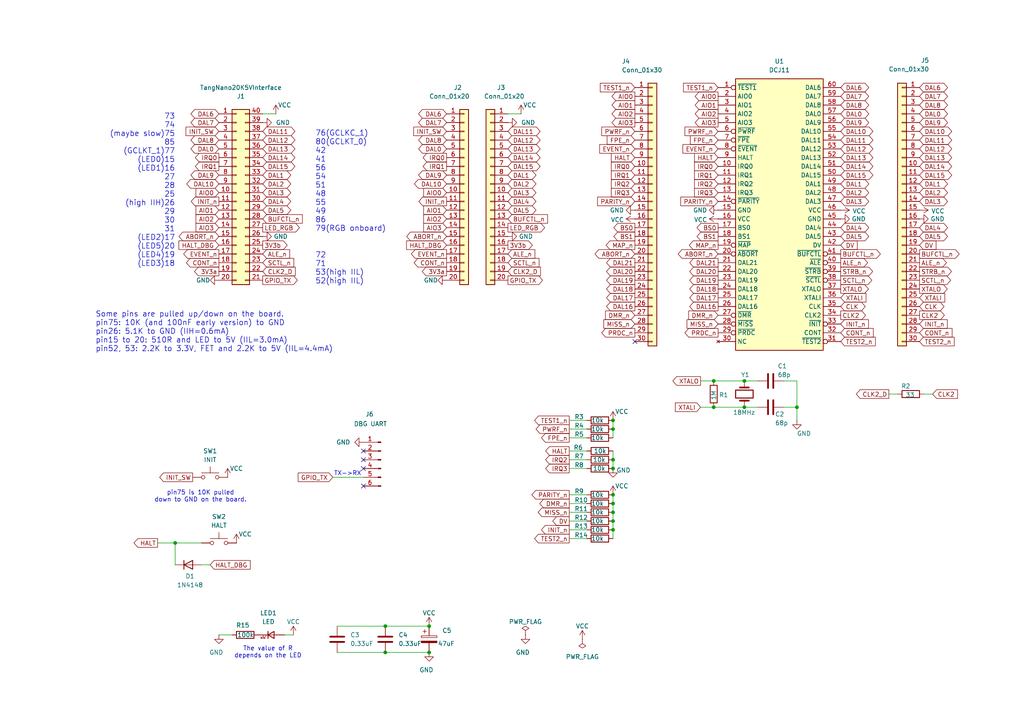
<source format=kicad_sch>
(kicad_sch (version 20231120) (generator "eeschema") (generator_version "8.0")
  (paper "A4")
  (title_block (title "Memory System and UART for DCJ11  using Tang Nano 20K") (date "2025-09-05") (rev "2.1") (company "Ryo Mukai") (comment 1 "modified to use CLK2") (comment 2 "modified resisters of HALT and HALT_SW"))
  (lib_symbols
    (symbol "000_MyLibrary:1N4148" (pin_numbers hide) (pin_names hide)
      (property "Reference" "D" (at 0 2.54 0))
      (property "Value" "1N4148" (at 0 -2.54 0))
      (symbol "1N4148_1_1"
        (pin passive line (at -3.81 0 0) (length 2.54) (name "K") (number "1"))
        (pin passive line (at 3.81 0 180) (length 2.54) (name "A") (number "2"))
      )
    )
    (symbol "000_MyLibrary:C" (pin_numbers hide) (pin_names (offset 0.254))
      (property "Reference" "C" (at 0.635 2.54 0))
      (property "Value" "C" (at 0.635 -2.54 0))
      (symbol "C_1_1"
        (pin passive line (at 0 3.81 270) (length 2.794) (name "~") (number "1"))
        (pin passive line (at 0 -3.81 90) (length 2.794) (name "~") (number "2"))
      )
    )
    (symbol "000_MyLibrary:C_Polarized" (pin_numbers hide) (pin_names (offset 0.254))
      (property "Reference" "C" (at 0.635 2.54 0))
      (property "Value" "C_Polarized" (at 0.635 -2.54 0))
      (symbol "C_Polarized_1_1"
        (pin passive line (at 0 3.81 270) (length 2.794) (name "~") (number "1"))
        (pin passive line (at 0 -3.81 90) (length 2.794) (name "~") (number "2"))
      )
    )
    (symbol "000_MyLibrary:Conn_01x06_Pin" (pin_names (offset 1.016) hide)
      (property "Reference" "J" (at 0 7.62 0))
      (property "Value" "Conn_01x06_Pin" (at 0 -10.16 0))
      (symbol "Conn_01x06_Pin_1_1"
        (pin passive line (at 5.08 5.08 180) (length 3.81) (name "Pin_1") (number "1"))
        (pin passive line (at 5.08 2.54 180) (length 3.81) (name "Pin_2") (number "2"))
        (pin passive line (at 5.08 0 180) (length 3.81) (name "Pin_3") (number "3"))
        (pin passive line (at 5.08 -2.54 180) (length 3.81) (name "Pin_4") (number "4"))
        (pin passive line (at 5.08 -5.08 180) (length 3.81) (name "Pin_5") (number "5"))
        (pin passive line (at 5.08 -7.62 180) (length 3.81) (name "Pin_6") (number "6"))
      )
    )
    (symbol "000_MyLibrary:Conn_01x20" (pin_names (offset 1.016) hide)
      (property "Reference" "J" (at 0 25.4 0))
      (property "Value" "Conn_01x20" (at 0 -27.94 0))
      (symbol "Conn_01x20_1_1"
        (pin passive line (at -5.08 22.86 0) (length 3.81) (name "Pin_1") (number "1"))
        (pin passive line (at -5.08 0 0) (length 3.81) (name "Pin_10") (number "10"))
        (pin passive line (at -5.08 -2.54 0) (length 3.81) (name "Pin_11") (number "11"))
        (pin passive line (at -5.08 -5.08 0) (length 3.81) (name "Pin_12") (number "12"))
        (pin passive line (at -5.08 -7.62 0) (length 3.81) (name "Pin_13") (number "13"))
        (pin passive line (at -5.08 -10.16 0) (length 3.81) (name "Pin_14") (number "14"))
        (pin passive line (at -5.08 -12.7 0) (length 3.81) (name "Pin_15") (number "15"))
        (pin passive line (at -5.08 -15.24 0) (length 3.81) (name "Pin_16") (number "16"))
        (pin passive line (at -5.08 -17.78 0) (length 3.81) (name "Pin_17") (number "17"))
        (pin passive line (at -5.08 -20.32 0) (length 3.81) (name "Pin_18") (number "18"))
        (pin passive line (at -5.08 -22.86 0) (length 3.81) (name "Pin_19") (number "19"))
        (pin passive line (at -5.08 20.32 0) (length 3.81) (name "Pin_2") (number "2"))
        (pin passive line (at -5.08 -25.4 0) (length 3.81) (name "Pin_20") (number "20"))
        (pin passive line (at -5.08 17.78 0) (length 3.81) (name "Pin_3") (number "3"))
        (pin passive line (at -5.08 15.24 0) (length 3.81) (name "Pin_4") (number "4"))
        (pin passive line (at -5.08 12.7 0) (length 3.81) (name "Pin_5") (number "5"))
        (pin passive line (at -5.08 10.16 0) (length 3.81) (name "Pin_6") (number "6"))
        (pin passive line (at -5.08 7.62 0) (length 3.81) (name "Pin_7") (number "7"))
        (pin passive line (at -5.08 5.08 0) (length 3.81) (name "Pin_8") (number "8"))
        (pin passive line (at -5.08 2.54 0) (length 3.81) (name "Pin_9") (number "9"))
      )
    )
    (symbol "000_MyLibrary:Conn_01x30" (pin_names (offset 1.016) hide)
      (property "Reference" "J" (at 0 38.1 0))
      (property "Value" "Conn_01x30" (at 0 -40.64 0))
      (symbol "Conn_01x30_1_1"
        (pin passive line (at -5.08 35.56 0) (length 3.81) (name "Pin_1") (number "1"))
        (pin passive line (at -5.08 12.7 0) (length 3.81) (name "Pin_10") (number "10"))
        (pin passive line (at -5.08 10.16 0) (length 3.81) (name "Pin_11") (number "11"))
        (pin passive line (at -5.08 7.62 0) (length 3.81) (name "Pin_12") (number "12"))
        (pin passive line (at -5.08 5.08 0) (length 3.81) (name "Pin_13") (number "13"))
        (pin passive line (at -5.08 2.54 0) (length 3.81) (name "Pin_14") (number "14"))
        (pin passive line (at -5.08 0 0) (length 3.81) (name "Pin_15") (number "15"))
        (pin passive line (at -5.08 -2.54 0) (length 3.81) (name "Pin_16") (number "16"))
        (pin passive line (at -5.08 -5.08 0) (length 3.81) (name "Pin_17") (number "17"))
        (pin passive line (at -5.08 -7.62 0) (length 3.81) (name "Pin_18") (number "18"))
        (pin passive line (at -5.08 -10.16 0) (length 3.81) (name "Pin_19") (number "19"))
        (pin passive line (at -5.08 33.02 0) (length 3.81) (name "Pin_2") (number "2"))
        (pin passive line (at -5.08 -12.7 0) (length 3.81) (name "Pin_20") (number "20"))
        (pin passive line (at -5.08 -15.24 0) (length 3.81) (name "Pin_21") (number "21"))
        (pin passive line (at -5.08 -17.78 0) (length 3.81) (name "Pin_22") (number "22"))
        (pin passive line (at -5.08 -20.32 0) (length 3.81) (name "Pin_23") (number "23"))
        (pin passive line (at -5.08 -22.86 0) (length 3.81) (name "Pin_24") (number "24"))
        (pin passive line (at -5.08 -25.4 0) (length 3.81) (name "Pin_25") (number "25"))
        (pin passive line (at -5.08 -27.94 0) (length 3.81) (name "Pin_26") (number "26"))
        (pin passive line (at -5.08 -30.48 0) (length 3.81) (name "Pin_27") (number "27"))
        (pin passive line (at -5.08 -33.02 0) (length 3.81) (name "Pin_28") (number "28"))
        (pin passive line (at -5.08 -35.56 0) (length 3.81) (name "Pin_29") (number "29"))
        (pin passive line (at -5.08 30.48 0) (length 3.81) (name "Pin_3") (number "3"))
        (pin passive line (at -5.08 -38.1 0) (length 3.81) (name "Pin_30") (number "30"))
        (pin passive line (at -5.08 27.94 0) (length 3.81) (name "Pin_4") (number "4"))
        (pin passive line (at -5.08 25.4 0) (length 3.81) (name "Pin_5") (number "5"))
        (pin passive line (at -5.08 22.86 0) (length 3.81) (name "Pin_6") (number "6"))
        (pin passive line (at -5.08 20.32 0) (length 3.81) (name "Pin_7") (number "7"))
        (pin passive line (at -5.08 17.78 0) (length 3.81) (name "Pin_8") (number "8"))
        (pin passive line (at -5.08 15.24 0) (length 3.81) (name "Pin_9") (number "9"))
      )
    )
    (symbol "000_MyLibrary:Conn_02x20_Counter_Clockwise" (pin_names (offset 1.016) hide)
      (property "Reference" "J" (at 1.27 25.4 0))
      (property "Value" "Conn_02x20_Counter_Clockwise" (at 1.27 -27.94 0))
      (symbol "Conn_02x20_Counter_Clockwise_1_1"
        (pin passive line (at -5.08 22.86 0) (length 3.81) (name "Pin_1") (number "1"))
        (pin passive line (at -5.08 0 0) (length 3.81) (name "Pin_10") (number "10"))
        (pin passive line (at -5.08 -2.54 0) (length 3.81) (name "Pin_11") (number "11"))
        (pin passive line (at -5.08 -5.08 0) (length 3.81) (name "Pin_12") (number "12"))
        (pin passive line (at -5.08 -7.62 0) (length 3.81) (name "Pin_13") (number "13"))
        (pin passive line (at -5.08 -10.16 0) (length 3.81) (name "Pin_14") (number "14"))
        (pin passive line (at -5.08 -12.7 0) (length 3.81) (name "Pin_15") (number "15"))
        (pin passive line (at -5.08 -15.24 0) (length 3.81) (name "Pin_16") (number "16"))
        (pin passive line (at -5.08 -17.78 0) (length 3.81) (name "Pin_17") (number "17"))
        (pin passive line (at -5.08 -20.32 0) (length 3.81) (name "Pin_18") (number "18"))
        (pin passive line (at -5.08 -22.86 0) (length 3.81) (name "Pin_19") (number "19"))
        (pin passive line (at -5.08 20.32 0) (length 3.81) (name "Pin_2") (number "2"))
        (pin passive line (at -5.08 -25.4 0) (length 3.81) (name "Pin_20") (number "20"))
        (pin passive line (at 7.62 -25.4 180) (length 3.81) (name "Pin_21") (number "21"))
        (pin passive line (at 7.62 -22.86 180) (length 3.81) (name "Pin_22") (number "22"))
        (pin passive line (at 7.62 -20.32 180) (length 3.81) (name "Pin_23") (number "23"))
        (pin passive line (at 7.62 -17.78 180) (length 3.81) (name "Pin_24") (number "24"))
        (pin passive line (at 7.62 -15.24 180) (length 3.81) (name "Pin_25") (number "25"))
        (pin passive line (at 7.62 -12.7 180) (length 3.81) (name "Pin_26") (number "26"))
        (pin passive line (at 7.62 -10.16 180) (length 3.81) (name "Pin_27") (number "27"))
        (pin passive line (at 7.62 -7.62 180) (length 3.81) (name "Pin_28") (number "28"))
        (pin passive line (at 7.62 -5.08 180) (length 3.81) (name "Pin_29") (number "29"))
        (pin passive line (at -5.08 17.78 0) (length 3.81) (name "Pin_3") (number "3"))
        (pin passive line (at 7.62 -2.54 180) (length 3.81) (name "Pin_30") (number "30"))
        (pin passive line (at 7.62 0 180) (length 3.81) (name "Pin_31") (number "31"))
        (pin passive line (at 7.62 2.54 180) (length 3.81) (name "Pin_32") (number "32"))
        (pin passive line (at 7.62 5.08 180) (length 3.81) (name "Pin_33") (number "33"))
        (pin passive line (at 7.62 7.62 180) (length 3.81) (name "Pin_34") (number "34"))
        (pin passive line (at 7.62 10.16 180) (length 3.81) (name "Pin_35") (number "35"))
        (pin passive line (at 7.62 12.7 180) (length 3.81) (name "Pin_36") (number "36"))
        (pin passive line (at 7.62 15.24 180) (length 3.81) (name "Pin_37") (number "37"))
        (pin passive line (at 7.62 17.78 180) (length 3.81) (name "Pin_38") (number "38"))
        (pin passive line (at 7.62 20.32 180) (length 3.81) (name "Pin_39") (number "39"))
        (pin passive line (at -5.08 15.24 0) (length 3.81) (name "Pin_4") (number "4"))
        (pin passive line (at 7.62 22.86 180) (length 3.81) (name "Pin_40") (number "40"))
        (pin passive line (at -5.08 12.7 0) (length 3.81) (name "Pin_5") (number "5"))
        (pin passive line (at -5.08 10.16 0) (length 3.81) (name "Pin_6") (number "6"))
        (pin passive line (at -5.08 7.62 0) (length 3.81) (name "Pin_7") (number "7"))
        (pin passive line (at -5.08 5.08 0) (length 3.81) (name "Pin_8") (number "8"))
        (pin passive line (at -5.08 2.54 0) (length 3.81) (name "Pin_9") (number "9"))
      )
    )
    (symbol "000_MyLibrary:Crystal" (pin_numbers hide) (pin_names (offset 1.016) hide)
      (property "Reference" "Y" (at 0 3.81 0))
      (property "Value" "Crystal" (at 0 -3.81 0))
      (symbol "Crystal_1_1"
        (pin passive line (at -3.81 0 0) (length 1.27) (name "1") (number "1"))
        (pin passive line (at 3.81 0 180) (length 1.27) (name "2") (number "2"))
      )
    )
    (symbol "000_MyLibrary:DCJ11"
      (property "Reference" "U" (at -3.302 42.672 0))
      (property "Value" "DCJ11" (at -0.762 40.64 0))
      (symbol "DCJ11_1_1"
        (pin input inverted (at -17.78 35.56 0) (length 5.08) (name "~{TEST1}") (number "1"))
        (pin input line (at -17.78 12.7 0) (length 5.08) (name "IRQ0") (number "10"))
        (pin input line (at -17.78 10.16 0) (length 5.08) (name "IRQ1") (number "11"))
        (pin input line (at -17.78 7.62 0) (length 5.08) (name "IRQ2") (number "12"))
        (pin input line (at -17.78 5.08 0) (length 5.08) (name "IRQ3") (number "13"))
        (pin input inverted (at -17.78 2.54 0) (length 5.08) (name "~{PARITY}") (number "14"))
        (pin power_in line (at -17.78 0 0) (length 5.08) (name "GND") (number "15"))
        (pin power_in line (at -17.78 -2.54 0) (length 5.08) (name "VCC") (number "16"))
        (pin output line (at -17.78 -5.08 0) (length 5.08) (name "BS0") (number "17"))
        (pin output line (at -17.78 -7.62 0) (length 5.08) (name "BS1") (number "18"))
        (pin output inverted (at -17.78 -10.16 0) (length 5.08) (name "~{MAP}") (number "19"))
        (pin bidirectional line (at -17.78 33.02 0) (length 5.08) (name "AIO0") (number "2"))
        (pin bidirectional inverted (at -17.78 -12.7 0) (length 5.08) (name "~{ABORT}") (number "20"))
        (pin output line (at -17.78 -15.24 0) (length 5.08) (name "DAL21") (number "21"))
        (pin output line (at -17.78 -17.78 0) (length 5.08) (name "DAL20") (number "22"))
        (pin output line (at -17.78 -20.32 0) (length 5.08) (name "DAL19") (number "23"))
        (pin output line (at -17.78 -22.86 0) (length 5.08) (name "DAL18") (number "24"))
        (pin output line (at -17.78 -25.4 0) (length 5.08) (name "DAL17") (number "25"))
        (pin output line (at -17.78 -27.94 0) (length 5.08) (name "DAL16") (number "26"))
        (pin input inverted (at -17.78 -30.48 0) (length 5.08) (name "~{DMR}") (number "27"))
        (pin input inverted (at -17.78 -33.02 0) (length 5.08) (name "~{MISS}") (number "28"))
        (pin output inverted (at -17.78 -35.56 0) (length 5.08) (name "~{PRDC}") (number "29"))
        (pin bidirectional line (at -17.78 30.48 0) (length 5.08) (name "AIO1") (number "3"))
        (pin no_connect line (at -17.78 -38.1 0) (length 5.08) (name "NC") (number "30"))
        (pin input inverted (at 17.78 -38.1 180) (length 5.08) (name "~{TEST2}") (number "31"))
        (pin input line (at 17.78 -35.56 180) (length 5.08) (name "CONT") (number "32"))
        (pin input inverted (at 17.78 -33.02 180) (length 5.08) (name "~{INIT}") (number "33"))
        (pin output line (at 17.78 -30.48 180) (length 5.08) (name "CLK2") (number "34"))
        (pin output line (at 17.78 -27.94 180) (length 5.08) (name "CLK") (number "35"))
        (pin input line (at 17.78 -25.4 180) (length 5.08) (name "XTALI") (number "36"))
        (pin output line (at 17.78 -22.86 180) (length 5.08) (name "XTALO") (number "37"))
        (pin output inverted (at 17.78 -20.32 180) (length 5.08) (name "~{SCTL}") (number "38"))
        (pin output inverted (at 17.78 -17.78 180) (length 5.08) (name "~{STRB}") (number "39"))
        (pin bidirectional line (at -17.78 27.94 0) (length 5.08) (name "AIO2") (number "4"))
        (pin output inverted (at 17.78 -15.24 180) (length 5.08) (name "~{ALE}") (number "40"))
        (pin output inverted (at 17.78 -12.7 180) (length 5.08) (name "~{BUFCTL}") (number "41"))
        (pin input line (at 17.78 -10.16 180) (length 5.08) (name "DV") (number "42"))
        (pin bidirectional line (at 17.78 -7.62 180) (length 5.08) (name "DAL5") (number "43"))
        (pin bidirectional line (at 17.78 -5.08 180) (length 5.08) (name "DAL4") (number "44"))
        (pin power_in line (at 17.78 -2.54 180) (length 5.08) (name "GND") (number "45"))
        (pin power_in line (at 17.78 0 180) (length 5.08) (name "VCC") (number "46"))
        (pin bidirectional line (at 17.78 2.54 180) (length 5.08) (name "DAL3") (number "47"))
        (pin bidirectional line (at 17.78 5.08 180) (length 5.08) (name "DAL2") (number "48"))
        (pin bidirectional line (at 17.78 7.62 180) (length 5.08) (name "DAL1") (number "49"))
        (pin bidirectional line (at -17.78 25.4 0) (length 5.08) (name "AIO3") (number "5"))
        (pin bidirectional line (at 17.78 10.16 180) (length 5.08) (name "DAL15") (number "50"))
        (pin bidirectional line (at 17.78 12.7 180) (length 5.08) (name "DAL14") (number "51"))
        (pin bidirectional line (at 17.78 15.24 180) (length 5.08) (name "DAL13") (number "52"))
        (pin bidirectional line (at 17.78 17.78 180) (length 5.08) (name "DAL12") (number "53"))
        (pin bidirectional line (at 17.78 20.32 180) (length 5.08) (name "DAL11") (number "54"))
        (pin bidirectional line (at 17.78 22.86 180) (length 5.08) (name "DAL10") (number "55"))
        (pin bidirectional line (at 17.78 25.4 180) (length 5.08) (name "DAL9") (number "56"))
        (pin bidirectional line (at 17.78 27.94 180) (length 5.08) (name "DAL0") (number "57"))
        (pin bidirectional line (at 17.78 30.48 180) (length 5.08) (name "DAL8") (number "58"))
        (pin bidirectional line (at 17.78 33.02 180) (length 5.08) (name "DAL7") (number "59"))
        (pin input inverted (at -17.78 22.86 0) (length 5.08) (name "~{PWRF}") (number "6"))
        (pin bidirectional line (at 17.78 35.56 180) (length 5.08) (name "DAL6") (number "60"))
        (pin input inverted (at -17.78 20.32 0) (length 5.08) (name "~{FPE}") (number "7"))
        (pin input inverted (at -17.78 17.78 0) (length 5.08) (name "~{EVENT}") (number "8"))
        (pin input line (at -17.78 15.24 0) (length 5.08) (name "HALT") (number "9"))
      )
    )
    (symbol "000_MyLibrary:LED" (pin_numbers hide) (pin_names (offset 1.016) hide)
      (property "Reference" "LED" (at 0.254 2.54 0))
      (property "Value" "LED" (at 0.254 -2.54 0))
      (symbol "LED_1_1"
        (pin passive line (at -3.81 0 0) (length 2.54) (name "K") (number "1"))
        (pin passive line (at 3.81 0 180) (length 2.54) (name "A") (number "2"))
      )
    )
    (symbol "000_MyLibrary:R" (pin_numbers hide) (pin_names (offset 0))
      (property "Reference" "R" (at 2.032 0 90))
      (property "Value" "R" (at 0 0 90))
      (symbol "R_1_1"
        (pin passive line (at 0 3.81 270) (length 1.27) (name "~") (number "1"))
        (pin passive line (at 0 -3.81 90) (length 1.27) (name "~") (number "2"))
      )
    )
    (symbol "000_MyLibrary:SW_Push" (pin_numbers hide) (pin_names (offset 1.016) hide)
      (property "Reference" "SW" (at 1.27 2.54 0))
      (property "Value" "SW_Push" (at 0 -1.524 0))
      (symbol "SW_Push_0_1"
        (pin passive line (at -5.08 0 0) (length 2.54) (name "1") (number "1"))
        (pin passive line (at 5.08 0 180) (length 2.54) (name "2") (number "2"))
      )
    )
    (symbol "power:GND" (power) (pin_numbers hide) (pin_names (offset 0) hide)
      (property "Value" "GND" (at 0 -3.81 0))
      (symbol "GND_1_1"
        (pin power_in line (at 0 0 270) (length 0) (name "~") (number "1"))
      )
    )
    (symbol "power:PWR_FLAG" (power) (pin_numbers hide) (pin_names (offset 0) hide)
      (property "Value" "PWR_FLAG" (at 0 3.81 0))
      (symbol "PWR_FLAG_0_0"
        (pin power_out line (at 0 0 90) (length 0) (name "~") (number "1"))
      )
    )
    (symbol "power:VCC" (power) (pin_numbers hide) (pin_names (offset 0) hide)
      (property "Value" "VCC" (at 0 3.556 0))
      (symbol "VCC_1_1"
        (pin power_in line (at 0 0 90) (length 0) (name "~") (number "1"))
      )
    )
  )
  (junction (at 177.8 143.51))
  (junction (at 207.01 118.11))
  (junction (at 177.8 146.05))
  (junction (at 177.8 148.59))
  (junction (at 124.46 181.61))
  (junction (at 111.76 189.23))
  (junction (at 215.9 110.49))
  (junction (at 177.8 133.35))
  (junction (at 207.01 110.49))
  (junction (at 177.8 135.89))
  (junction (at 124.46 189.23))
  (junction (at 231.14 118.11))
  (junction (at 177.8 153.67))
  (junction (at 215.9 118.11))
  (junction (at 177.8 151.13))
  (junction (at 177.8 124.46))
  (junction (at 111.76 181.61))
  (junction (at 50.8 157.48))
  (junction (at 177.8 121.92))
  (no_connect (at 184.15 99.06))
  (no_connect (at 105.41 130.81))
  (no_connect (at 105.41 140.97))
  (no_connect (at 105.41 135.89))
  (no_connect (at 105.41 133.35))
  (wire (pts (xy 219.71 118.11) (xy 215.9 118.11)))
  (wire (pts (xy 231.14 110.49) (xy 231.14 118.11)))
  (wire (pts (xy 170.18 124.46) (xy 165.1 124.46)))
  (wire (pts (xy 170.18 146.05) (xy 165.1 146.05)))
  (wire (pts (xy 97.79 189.23) (xy 111.76 189.23)))
  (wire (pts (xy 170.18 153.67) (xy 165.1 153.67)))
  (wire (pts (xy 177.8 143.51) (xy 177.8 146.05)))
  (wire (pts (xy 207.01 118.11) (xy 215.9 118.11)))
  (wire (pts (xy 203.2 118.11) (xy 207.01 118.11)))
  (wire (pts (xy 170.18 133.35) (xy 165.1 133.35)))
  (wire (pts (xy 50.8 157.48) (xy 50.8 163.83)))
  (wire (pts (xy 45.72 157.48) (xy 50.8 157.48)))
  (wire (pts (xy 50.8 157.48) (xy 58.42 157.48)))
  (wire (pts (xy 177.8 130.81) (xy 177.8 133.35)))
  (wire (pts (xy 177.8 121.92) (xy 177.8 124.46)))
  (wire (pts (xy 257.81 114.3) (xy 260.35 114.3)))
  (wire (pts (xy 227.33 110.49) (xy 231.14 110.49)))
  (wire (pts (xy 82.55 184.15) (xy 85.09 184.15)))
  (wire (pts (xy 170.18 135.89) (xy 165.1 135.89)))
  (wire (pts (xy 203.2 110.49) (xy 207.01 110.49)))
  (wire (pts (xy 111.76 189.23) (xy 124.46 189.23)))
  (wire (pts (xy 177.8 124.46) (xy 177.8 127)))
  (wire (pts (xy 177.8 153.67) (xy 177.8 156.21)))
  (wire (pts (xy 177.8 133.35) (xy 177.8 135.89)))
  (wire (pts (xy 63.5 184.15) (xy 67.31 184.15)))
  (wire (pts (xy 80.01 33.02) (xy 76.2 33.02)))
  (wire (pts (xy 177.8 146.05) (xy 177.8 148.59)))
  (wire (pts (xy 97.79 181.61) (xy 111.76 181.61)))
  (wire (pts (xy 270.51 114.3) (xy 267.97 114.3)))
  (wire (pts (xy 219.71 110.49) (xy 215.9 110.49)))
  (wire (pts (xy 170.18 148.59) (xy 165.1 148.59)))
  (wire (pts (xy 177.8 151.13) (xy 177.8 153.67)))
  (wire (pts (xy 170.18 151.13) (xy 165.1 151.13)))
  (wire (pts (xy 151.13 33.02) (xy 147.32 33.02)))
  (wire (pts (xy 170.18 127) (xy 165.1 127)))
  (wire (pts (xy 60.96 163.83) (xy 58.42 163.83)))
  (wire (pts (xy 170.18 156.21) (xy 165.1 156.21)))
  (wire (pts (xy 231.14 118.11) (xy 231.14 121.92)))
  (wire (pts (xy 227.33 118.11) (xy 231.14 118.11)))
  (wire (pts (xy 111.76 181.61) (xy 124.46 181.61)))
  (wire (pts (xy 165.1 130.81) (xy 170.18 130.81)))
  (wire (pts (xy 207.01 110.49) (xy 215.9 110.49)))
  (wire (pts (xy 177.8 148.59) (xy 177.8 151.13)))
  (wire (pts (xy 96.52 138.43) (xy 105.41 138.43)))
  (wire (pts (xy 170.18 143.51) (xy 165.1 143.51)))
  (wire (pts (xy 170.18 121.92) (xy 165.1 121.92)))
  (text "72\n71\n53(high IIL)\n52(high IIL)" (at 91.44 82.55 0) (effects (font (size 1.56 1.56)) (justify left bottom)))
  (text "73\n74\n(maybe slow)75\n85\n(GCLKT_1)77\n(LED0)15\n(LED1)16\n27\n28\n25\n(high IIH)26\n29\n30\n31\n(LED2)17\n(LED5)20\n(LED4)19\n(LED3)18" (at 50.8 77.47 0) (effects (font (size 1.56 1.56)) (justify right bottom)))
  (text "76(GCLKC_1)\n80(GCLKT_0)\n42\n41\n56\n54\n51\n48\n55\n49\n86\n79(RGB onboard)" (at 91.44 67.31 0) (effects (font (size 1.56 1.56)) (justify left bottom)))
  (text "Some pins are pulled up/down on the board.\npin75: 10K (and 100nF early version) to GND\npin26: 5.1K to GND (IIH=0.6mA)\npin15 to 20: 510R and LED to 5V (IIL=3.0mA)\npin52, 53: 2.2K to 3.3V, FET and 2.2K to 5V (IIL=4.4mA)\n" (at 27.686 96.266 0) (effects (font (size 1.56 1.56)) (justify left)))
  (text "The value of R\ndepends on the LED" (at 77.724 189.23 0) (effects (font (size 1.27 1.27))))
  (text "TX->RX" (at 100.838 137.414 0) (effects (font (size 1.27 1.27))))
  (text "pin75 is 10K pulled\ndown to GND on the board." (at 58.166 144.018 0) (effects (font (size 1.27 1.27))))
  (global_label "HALT" (shape input) (at 184.15 45.72 180) (property "Intersheetrefs" "${INTERSHEET_REFS}" (effects (hide yes))))
  (global_label "DAL7" (shape tri_state) (at 266.7 27.94 0) (property "Intersheetrefs" "${INTERSHEET_REFS}" (effects (hide yes))))
  (global_label "LED_RGB" (shape output) (at 147.32 66.04 0) (property "Intersheetrefs" "${INTERSHEET_REFS}" (effects (hide yes))))
  (global_label "DAL14" (shape tri_state) (at 147.32 45.72 0) (property "Intersheetrefs" "${INTERSHEET_REFS}" (effects (hide yes))))
  (global_label "DAL4" (shape tri_state) (at 266.7 66.04 0) (property "Intersheetrefs" "${INTERSHEET_REFS}" (effects (hide yes))))
  (global_label "AIO1" (shape output) (at 184.15 30.48 180) (property "Intersheetrefs" "${INTERSHEET_REFS}" (effects (hide yes))))
  (global_label "BS0" (shape output) (at 208.28 66.04 180) (property "Intersheetrefs" "${INTERSHEET_REFS}" (effects (hide yes))))
  (global_label "DAL17" (shape output) (at 208.28 86.36 180) (property "Intersheetrefs" "${INTERSHEET_REFS}" (effects (hide yes))))
  (global_label "DAL9" (shape tri_state) (at 266.7 35.56 0) (property "Intersheetrefs" "${INTERSHEET_REFS}" (effects (hide yes))))
  (global_label "ALE_n" (shape output) (at 266.7 76.2 0) (property "Intersheetrefs" "${INTERSHEET_REFS}" (effects (hide yes))))
  (global_label "DAL17" (shape output) (at 184.15 86.36 180) (property "Intersheetrefs" "${INTERSHEET_REFS}" (effects (hide yes))))
  (global_label "DAL4" (shape tri_state) (at 76.2 58.42 0) (property "Intersheetrefs" "${INTERSHEET_REFS}" (effects (hide yes))))
  (global_label "EVENT_n" (shape output) (at 129.54 73.66 180) (property "Intersheetrefs" "${INTERSHEET_REFS}" (effects (hide yes))))
  (global_label "DAL9" (shape tri_state) (at 243.84 35.56 0) (property "Intersheetrefs" "${INTERSHEET_REFS}" (effects (hide yes))))
  (global_label "IRQ2" (shape output) (at 165.1 133.35 180) (property "Intersheetrefs" "${INTERSHEET_REFS}" (effects (hide yes))))
  (global_label "DAL6" (shape tri_state) (at 63.5 33.02 180) (property "Intersheetrefs" "${INTERSHEET_REFS}" (effects (hide yes))))
  (global_label "IRQ3" (shape input) (at 184.15 55.88 180) (property "Intersheetrefs" "${INTERSHEET_REFS}" (effects (hide yes))))
  (global_label "DAL15" (shape tri_state) (at 76.2 48.26 0) (property "Intersheetrefs" "${INTERSHEET_REFS}" (effects (hide yes))))
  (global_label "AIO3" (shape input) (at 63.5 66.04 180) (property "Intersheetrefs" "${INTERSHEET_REFS}" (effects (hide yes))))
  (global_label "DAL13" (shape tri_state) (at 266.7 45.72 0) (property "Intersheetrefs" "${INTERSHEET_REFS}" (effects (hide yes))))
  (global_label "IRQ0" (shape input) (at 184.15 48.26 180) (property "Intersheetrefs" "${INTERSHEET_REFS}" (effects (hide yes))))
  (global_label "IRQ3" (shape output) (at 165.1 135.89 180) (property "Intersheetrefs" "${INTERSHEET_REFS}" (effects (hide yes))))
  (global_label "DAL5" (shape tri_state) (at 147.32 60.96 0) (property "Intersheetrefs" "${INTERSHEET_REFS}" (effects (hide yes))))
  (global_label "MISS_n" (shape input) (at 184.15 93.98 180) (property "Intersheetrefs" "${INTERSHEET_REFS}" (effects (hide yes))))
  (global_label "HALT_DBG" (shape input) (at 60.96 163.83 0) (property "Intersheetrefs" "${INTERSHEET_REFS}" (effects (hide yes))))
  (global_label "HALT_DBG" (shape input) (at 129.54 71.12 180) (property "Intersheetrefs" "${INTERSHEET_REFS}" (effects (hide yes))))
  (global_label "ABORT_n" (shape bidirectional) (at 184.15 73.66 180) (property "Intersheetrefs" "${INTERSHEET_REFS}" (effects (hide yes))))
  (global_label "AIO2" (shape input) (at 63.5 63.5 180) (property "Intersheetrefs" "${INTERSHEET_REFS}" (effects (hide yes))))
  (global_label "IRQ0" (shape output) (at 63.5 45.72 180) (property "Intersheetrefs" "${INTERSHEET_REFS}" (effects (hide yes))))
  (global_label "DAL15" (shape tri_state) (at 147.32 48.26 0) (property "Intersheetrefs" "${INTERSHEET_REFS}" (effects (hide yes))))
  (global_label "SCTL_n" (shape input) (at 76.2 76.2 0) (property "Intersheetrefs" "${INTERSHEET_REFS}" (effects (hide yes))))
  (global_label "DAL13" (shape tri_state) (at 76.2 43.18 0) (property "Intersheetrefs" "${INTERSHEET_REFS}" (effects (hide yes))))
  (global_label "STRB_n" (shape output) (at 243.84 78.74 0) (property "Intersheetrefs" "${INTERSHEET_REFS}" (effects (hide yes))))
  (global_label "AIO0" (shape input) (at 63.5 55.88 180) (property "Intersheetrefs" "${INTERSHEET_REFS}" (effects (hide yes))))
  (global_label "DAL2" (shape tri_state) (at 243.84 55.88 0) (property "Intersheetrefs" "${INTERSHEET_REFS}" (effects (hide yes))))
  (global_label "PWRF_n" (shape output) (at 165.1 124.46 180) (property "Intersheetrefs" "${INTERSHEET_REFS}" (effects (hide yes))))
  (global_label "CONT_n" (shape input) (at 243.84 96.52 0) (property "Intersheetrefs" "${INTERSHEET_REFS}" (effects (hide yes))))
  (global_label "SCTL_n" (shape output) (at 243.84 81.28 0) (property "Intersheetrefs" "${INTERSHEET_REFS}" (effects (hide yes))))
  (global_label "ALE_n" (shape input) (at 147.32 73.66 0) (property "Intersheetrefs" "${INTERSHEET_REFS}" (effects (hide yes))))
  (global_label "HALT" (shape input) (at 208.28 45.72 180) (property "Intersheetrefs" "${INTERSHEET_REFS}" (effects (hide yes))))
  (global_label "DAL11" (shape tri_state) (at 266.7 40.64 0) (property "Intersheetrefs" "${INTERSHEET_REFS}" (effects (hide yes))))
  (global_label "3V3a" (shape output) (at 129.54 78.74 180) (property "Intersheetrefs" "${INTERSHEET_REFS}" (effects (hide yes))))
  (global_label "CLK2" (shape output) (at 266.7 91.44 0) (property "Intersheetrefs" "${INTERSHEET_REFS}" (effects (hide yes))))
  (global_label "BS0" (shape output) (at 184.15 66.04 180) (property "Intersheetrefs" "${INTERSHEET_REFS}" (effects (hide yes))))
  (global_label "DAL1" (shape tri_state) (at 147.32 50.8 0) (property "Intersheetrefs" "${INTERSHEET_REFS}" (effects (hide yes))))
  (global_label "DAL5" (shape tri_state) (at 243.84 68.58 0) (property "Intersheetrefs" "${INTERSHEET_REFS}" (effects (hide yes))))
  (global_label "DAL0" (shape tri_state) (at 129.54 43.18 180) (property "Intersheetrefs" "${INTERSHEET_REFS}" (effects (hide yes))))
  (global_label "DAL14" (shape tri_state) (at 243.84 48.26 0) (property "Intersheetrefs" "${INTERSHEET_REFS}" (effects (hide yes))))
  (global_label "PWRF_n" (shape input) (at 208.28 38.1 180) (property "Intersheetrefs" "${INTERSHEET_REFS}" (effects (hide yes))))
  (global_label "DAL18" (shape output) (at 208.28 83.82 180) (property "Intersheetrefs" "${INTERSHEET_REFS}" (effects (hide yes))))
  (global_label "TEST2_n" (shape output) (at 165.1 156.21 180) (property "Intersheetrefs" "${INTERSHEET_REFS}" (effects (hide yes))))
  (global_label "DAL8" (shape tri_state) (at 63.5 40.64 180) (property "Intersheetrefs" "${INTERSHEET_REFS}" (effects (hide yes))))
  (global_label "DAL4" (shape tri_state) (at 243.84 66.04 0) (property "Intersheetrefs" "${INTERSHEET_REFS}" (effects (hide yes))))
  (global_label "DAL21" (shape output) (at 184.15 76.2 180) (property "Intersheetrefs" "${INTERSHEET_REFS}" (effects (hide yes))))
  (global_label "EVENT_n" (shape input) (at 208.28 43.18 180) (property "Intersheetrefs" "${INTERSHEET_REFS}" (effects (hide yes))))
  (global_label "AIO1" (shape output) (at 208.28 30.48 180) (property "Intersheetrefs" "${INTERSHEET_REFS}" (effects (hide yes))))
  (global_label "DAL15" (shape tri_state) (at 243.84 50.8 0) (property "Intersheetrefs" "${INTERSHEET_REFS}" (effects (hide yes))))
  (global_label "DAL5" (shape tri_state) (at 266.7 68.58 0) (property "Intersheetrefs" "${INTERSHEET_REFS}" (effects (hide yes))))
  (global_label "XTALO" (shape output) (at 243.84 83.82 0) (property "Intersheetrefs" "${INTERSHEET_REFS}" (effects (hide yes))))
  (global_label "DAL10" (shape tri_state) (at 129.54 53.34 180) (property "Intersheetrefs" "${INTERSHEET_REFS}" (effects (hide yes))))
  (global_label "DAL7" (shape tri_state) (at 63.5 35.56 180) (property "Intersheetrefs" "${INTERSHEET_REFS}" (effects (hide yes))))
  (global_label "TEST2_n" (shape input) (at 243.84 99.06 0) (property "Intersheetrefs" "${INTERSHEET_REFS}" (effects (hide yes))))
  (global_label "PARITY_n" (shape output) (at 165.1 143.51 180) (property "Intersheetrefs" "${INTERSHEET_REFS}" (effects (hide yes))))
  (global_label "DAL15" (shape tri_state) (at 266.7 50.8 0) (property "Intersheetrefs" "${INTERSHEET_REFS}" (effects (hide yes))))
  (global_label "DAL7" (shape tri_state) (at 243.84 27.94 0) (property "Intersheetrefs" "${INTERSHEET_REFS}" (effects (hide yes))))
  (global_label "XTALI" (shape input) (at 266.7 86.36 0) (property "Intersheetrefs" "${INTERSHEET_REFS}" (effects (hide yes))))
  (global_label "TEST1_n" (shape input) (at 208.28 25.4 180) (property "Intersheetrefs" "${INTERSHEET_REFS}" (effects (hide yes))))
  (global_label "PARITY_n" (shape input) (at 184.15 58.42 180) (property "Intersheetrefs" "${INTERSHEET_REFS}" (effects (hide yes))))
  (global_label "DAL5" (shape tri_state) (at 76.2 60.96 0) (property "Intersheetrefs" "${INTERSHEET_REFS}" (effects (hide yes))))
  (global_label "TEST2_n" (shape input) (at 266.7 99.06 0) (property "Intersheetrefs" "${INTERSHEET_REFS}" (effects (hide yes))))
  (global_label "CLK2" (shape input) (at 270.51 114.3 0) (property "Intersheetrefs" "${INTERSHEET_REFS}" (effects (hide yes))))
  (global_label "DAL14" (shape tri_state) (at 266.7 48.26 0) (property "Intersheetrefs" "${INTERSHEET_REFS}" (effects (hide yes))))
  (global_label "DAL11" (shape tri_state) (at 76.2 38.1 0) (property "Intersheetrefs" "${INTERSHEET_REFS}" (effects (hide yes))))
  (global_label "CONT_n" (shape input) (at 266.7 96.52 0) (property "Intersheetrefs" "${INTERSHEET_REFS}" (effects (hide yes))))
  (global_label "FPE_n" (shape input) (at 208.28 40.64 180) (property "Intersheetrefs" "${INTERSHEET_REFS}" (effects (hide yes))))
  (global_label "DAL10" (shape tri_state) (at 266.7 38.1 0) (property "Intersheetrefs" "${INTERSHEET_REFS}" (effects (hide yes))))
  (global_label "INIT_n" (shape input) (at 243.84 93.98 0) (property "Intersheetrefs" "${INTERSHEET_REFS}" (effects (hide yes))))
  (global_label "GPIO_TX" (shape output) (at 76.2 81.28 0) (property "Intersheetrefs" "${INTERSHEET_REFS}" (effects (hide yes))))
  (global_label "BUFCTL_n" (shape input) (at 147.32 63.5 0) (property "Intersheetrefs" "${INTERSHEET_REFS}" (effects (hide yes))))
  (global_label "DAL16" (shape output) (at 208.28 88.9 180) (property "Intersheetrefs" "${INTERSHEET_REFS}" (effects (hide yes))))
  (global_label "DAL8" (shape tri_state) (at 243.84 30.48 0) (property "Intersheetrefs" "${INTERSHEET_REFS}" (effects (hide yes))))
  (global_label "SCTL_n" (shape output) (at 266.7 81.28 0) (property "Intersheetrefs" "${INTERSHEET_REFS}" (effects (hide yes))))
  (global_label "XTALO" (shape output) (at 203.2 110.49 180) (property "Intersheetrefs" "${INTERSHEET_REFS}" (effects (hide yes))))
  (global_label "DAL13" (shape tri_state) (at 243.84 45.72 0) (property "Intersheetrefs" "${INTERSHEET_REFS}" (effects (hide yes))))
  (global_label "INIT_n" (shape output) (at 165.1 153.67 180) (property "Intersheetrefs" "${INTERSHEET_REFS}" (effects (hide yes))))
  (global_label "DAL4" (shape tri_state) (at 147.32 58.42 0) (property "Intersheetrefs" "${INTERSHEET_REFS}" (effects (hide yes))))
  (global_label "DAL12" (shape tri_state) (at 243.84 43.18 0) (property "Intersheetrefs" "${INTERSHEET_REFS}" (effects (hide yes))))
  (global_label "EVENT_n" (shape output) (at 63.5 73.66 180) (property "Intersheetrefs" "${INTERSHEET_REFS}" (effects (hide yes))))
  (global_label "STRB_n" (shape output) (at 266.7 78.74 0) (property "Intersheetrefs" "${INTERSHEET_REFS}" (effects (hide yes))))
  (global_label "ABORT_n" (shape bidirectional) (at 208.28 73.66 180) (property "Intersheetrefs" "${INTERSHEET_REFS}" (effects (hide yes))))
  (global_label "INIT_n" (shape output) (at 129.54 58.42 180) (property "Intersheetrefs" "${INTERSHEET_REFS}" (effects (hide yes))))
  (global_label "MAP_n" (shape output) (at 184.15 71.12 180) (property "Intersheetrefs" "${INTERSHEET_REFS}" (effects (hide yes))))
  (global_label "TEST1_n" (shape output) (at 165.1 121.92 180) (property "Intersheetrefs" "${INTERSHEET_REFS}" (effects (hide yes))))
  (global_label "DAL9" (shape tri_state) (at 63.5 50.8 180) (property "Intersheetrefs" "${INTERSHEET_REFS}" (effects (hide yes))))
  (global_label "DAL14" (shape tri_state) (at 76.2 45.72 0) (property "Intersheetrefs" "${INTERSHEET_REFS}" (effects (hide yes))))
  (global_label "BUFCTL_n" (shape input) (at 76.2 63.5 0) (property "Intersheetrefs" "${INTERSHEET_REFS}" (effects (hide yes))))
  (global_label "SCTL_n" (shape input) (at 147.32 76.2 0) (property "Intersheetrefs" "${INTERSHEET_REFS}" (effects (hide yes))))
  (global_label "DAL3" (shape tri_state) (at 243.84 58.42 0) (property "Intersheetrefs" "${INTERSHEET_REFS}" (effects (hide yes))))
  (global_label "DAL13" (shape tri_state) (at 147.32 43.18 0) (property "Intersheetrefs" "${INTERSHEET_REFS}" (effects (hide yes))))
  (global_label "DAL10" (shape tri_state) (at 63.5 53.34 180) (property "Intersheetrefs" "${INTERSHEET_REFS}" (effects (hide yes))))
  (global_label "DAL0" (shape tri_state) (at 266.7 33.02 0) (property "Intersheetrefs" "${INTERSHEET_REFS}" (effects (hide yes))))
  (global_label "DAL6" (shape tri_state) (at 129.54 33.02 180) (property "Intersheetrefs" "${INTERSHEET_REFS}" (effects (hide yes))))
  (global_label "AIO2" (shape output) (at 184.15 33.02 180) (property "Intersheetrefs" "${INTERSHEET_REFS}" (effects (hide yes))))
  (global_label "AIO1" (shape input) (at 129.54 60.96 180) (property "Intersheetrefs" "${INTERSHEET_REFS}" (effects (hide yes))))
  (global_label "CLK2_D" (shape input) (at 76.2 78.74 0) (property "Intersheetrefs" "${INTERSHEET_REFS}" (effects (hide yes))))
  (global_label "AIO2" (shape output) (at 208.28 33.02 180) (property "Intersheetrefs" "${INTERSHEET_REFS}" (effects (hide yes))))
  (global_label "GPIO_TX" (shape output) (at 147.32 81.28 0) (property "Intersheetrefs" "${INTERSHEET_REFS}" (effects (hide yes))))
  (global_label "DAL7" (shape tri_state) (at 129.54 35.56 180) (property "Intersheetrefs" "${INTERSHEET_REFS}" (effects (hide yes))))
  (global_label "DAL9" (shape tri_state) (at 129.54 50.8 180) (property "Intersheetrefs" "${INTERSHEET_REFS}" (effects (hide yes))))
  (global_label "HALT_DBG" (shape input) (at 63.5 71.12 180) (property "Intersheetrefs" "${INTERSHEET_REFS}" (effects (hide yes))))
  (global_label "AIO0" (shape input) (at 129.54 55.88 180) (property "Intersheetrefs" "${INTERSHEET_REFS}" (effects (hide yes))))
  (global_label "AIO0" (shape output) (at 208.28 27.94 180) (property "Intersheetrefs" "${INTERSHEET_REFS}" (effects (hide yes))))
  (global_label "INIT_n" (shape input) (at 266.7 93.98 0) (property "Intersheetrefs" "${INTERSHEET_REFS}" (effects (hide yes))))
  (global_label "DMR_n" (shape output) (at 165.1 146.05 180) (property "Intersheetrefs" "${INTERSHEET_REFS}" (effects (hide yes))))
  (global_label "DAL11" (shape tri_state) (at 243.84 40.64 0) (property "Intersheetrefs" "${INTERSHEET_REFS}" (effects (hide yes))))
  (global_label "TEST1_n" (shape input) (at 184.15 25.4 180) (property "Intersheetrefs" "${INTERSHEET_REFS}" (effects (hide yes))))
  (global_label "DAL8" (shape tri_state) (at 266.7 30.48 0) (property "Intersheetrefs" "${INTERSHEET_REFS}" (effects (hide yes))))
  (global_label "DAL6" (shape tri_state) (at 243.84 25.4 0) (property "Intersheetrefs" "${INTERSHEET_REFS}" (effects (hide yes))))
  (global_label "IRQ1" (shape output) (at 129.54 48.26 180) (property "Intersheetrefs" "${INTERSHEET_REFS}" (effects (hide yes))))
  (global_label "AIO3" (shape input) (at 129.54 66.04 180) (property "Intersheetrefs" "${INTERSHEET_REFS}" (effects (hide yes))))
  (global_label "DMR_n" (shape input) (at 184.15 91.44 180) (property "Intersheetrefs" "${INTERSHEET_REFS}" (effects (hide yes))))
  (global_label "DAL1" (shape tri_state) (at 76.2 50.8 0) (property "Intersheetrefs" "${INTERSHEET_REFS}" (effects (hide yes))))
  (global_label "DV" (shape output) (at 165.1 151.13 180) (property "Intersheetrefs" "${INTERSHEET_REFS}" (effects (hide yes))))
  (global_label "DAL1" (shape tri_state) (at 266.7 53.34 0) (property "Intersheetrefs" "${INTERSHEET_REFS}" (effects (hide yes))))
  (global_label "INIT_n" (shape output) (at 63.5 58.42 180) (property "Intersheetrefs" "${INTERSHEET_REFS}" (effects (hide yes))))
  (global_label "BS1" (shape output) (at 208.28 68.58 180) (property "Intersheetrefs" "${INTERSHEET_REFS}" (effects (hide yes))))
  (global_label "IRQ0" (shape input) (at 208.28 48.26 180) (property "Intersheetrefs" "${INTERSHEET_REFS}" (effects (hide yes))))
  (global_label "DAL12" (shape tri_state) (at 147.32 40.64 0) (property "Intersheetrefs" "${INTERSHEET_REFS}" (effects (hide yes))))
  (global_label "DAL12" (shape tri_state) (at 76.2 40.64 0) (property "Intersheetrefs" "${INTERSHEET_REFS}" (effects (hide yes))))
  (global_label "INIT_SW" (shape input) (at 129.54 38.1 180) (property "Intersheetrefs" "${INTERSHEET_REFS}" (effects (hide yes))))
  (global_label "DAL16" (shape output) (at 184.15 88.9 180) (property "Intersheetrefs" "${INTERSHEET_REFS}" (effects (hide yes))))
  (global_label "AIO1" (shape input) (at 63.5 60.96 180) (property "Intersheetrefs" "${INTERSHEET_REFS}" (effects (hide yes))))
  (global_label "DAL11" (shape tri_state) (at 147.32 38.1 0) (property "Intersheetrefs" "${INTERSHEET_REFS}" (effects (hide yes))))
  (global_label "AIO2" (shape input) (at 129.54 63.5 180) (property "Intersheetrefs" "${INTERSHEET_REFS}" (effects (hide yes))))
  (global_label "CLK2_D" (shape input) (at 147.32 78.74 0) (property "Intersheetrefs" "${INTERSHEET_REFS}" (effects (hide yes))))
  (global_label "CONT_n" (shape output) (at 129.54 76.2 180) (property "Intersheetrefs" "${INTERSHEET_REFS}" (effects (hide yes))))
  (global_label "HALT" (shape output) (at 165.1 130.81 180) (property "Intersheetrefs" "${INTERSHEET_REFS}" (effects (hide yes))))
  (global_label "IRQ1" (shape input) (at 208.28 50.8 180) (property "Intersheetrefs" "${INTERSHEET_REFS}" (effects (hide yes))))
  (global_label "DV" (shape input) (at 266.7 71.12 0) (property "Intersheetrefs" "${INTERSHEET_REFS}" (effects (hide yes))))
  (global_label "INIT_SW" (shape output) (at 55.88 138.43 180) (property "Intersheetrefs" "${INTERSHEET_REFS}" (effects (hide yes))))
  (global_label "ALE_n" (shape output) (at 243.84 76.2 0) (property "Intersheetrefs" "${INTERSHEET_REFS}" (effects (hide yes))))
  (global_label "CLK2_D" (shape output) (at 257.81 114.3 180) (property "Intersheetrefs" "${INTERSHEET_REFS}" (effects (hide yes))))
  (global_label "DV" (shape input) (at 243.84 71.12 0) (property "Intersheetrefs" "${INTERSHEET_REFS}" (effects (hide yes))))
  (global_label "DAL2" (shape tri_state) (at 266.7 55.88 0) (property "Intersheetrefs" "${INTERSHEET_REFS}" (effects (hide yes))))
  (global_label "EVENT_n" (shape input) (at 184.15 43.18 180) (property "Intersheetrefs" "${INTERSHEET_REFS}" (effects (hide yes))))
  (global_label "MISS_n" (shape input) (at 208.28 93.98 180) (property "Intersheetrefs" "${INTERSHEET_REFS}" (effects (hide yes))))
  (global_label "FPE_n" (shape input) (at 184.15 40.64 180) (property "Intersheetrefs" "${INTERSHEET_REFS}" (effects (hide yes))))
  (global_label "DAL19" (shape output) (at 184.15 81.28 180) (property "Intersheetrefs" "${INTERSHEET_REFS}" (effects (hide yes))))
  (global_label "AIO3" (shape output) (at 208.28 35.56 180) (property "Intersheetrefs" "${INTERSHEET_REFS}" (effects (hide yes))))
  (global_label "AIO3" (shape output) (at 184.15 35.56 180) (property "Intersheetrefs" "${INTERSHEET_REFS}" (effects (hide yes))))
  (global_label "ABORT_n" (shape bidirectional) (at 63.5 68.58 180) (property "Intersheetrefs" "${INTERSHEET_REFS}" (effects (hide yes))))
  (global_label "DAL3" (shape tri_state) (at 147.32 55.88 0) (property "Intersheetrefs" "${INTERSHEET_REFS}" (effects (hide yes))))
  (global_label "DMR_n" (shape input) (at 208.28 91.44 180) (property "Intersheetrefs" "${INTERSHEET_REFS}" (effects (hide yes))))
  (global_label "BUFCTL_n" (shape output) (at 266.7 73.66 0) (property "Intersheetrefs" "${INTERSHEET_REFS}" (effects (hide yes))))
  (global_label "DAL6" (shape tri_state) (at 266.7 25.4 0) (property "Intersheetrefs" "${INTERSHEET_REFS}" (effects (hide yes))))
  (global_label "IRQ2" (shape input) (at 208.28 53.34 180) (property "Intersheetrefs" "${INTERSHEET_REFS}" (effects (hide yes))))
  (global_label "DAL2" (shape tri_state) (at 76.2 53.34 0) (property "Intersheetrefs" "${INTERSHEET_REFS}" (effects (hide yes))))
  (global_label "PRDC_n" (shape output) (at 184.15 96.52 180) (property "Intersheetrefs" "${INTERSHEET_REFS}" (effects (hide yes))))
  (global_label "IRQ3" (shape input) (at 208.28 55.88 180) (property "Intersheetrefs" "${INTERSHEET_REFS}" (effects (hide yes))))
  (global_label "DAL8" (shape tri_state) (at 129.54 40.64 180) (property "Intersheetrefs" "${INTERSHEET_REFS}" (effects (hide yes))))
  (global_label "IRQ1" (shape input) (at 184.15 50.8 180) (property "Intersheetrefs" "${INTERSHEET_REFS}" (effects (hide yes))))
  (global_label "FPE_n" (shape output) (at 165.1 127 180) (property "Intersheetrefs" "${INTERSHEET_REFS}" (effects (hide yes))))
  (global_label "DAL0" (shape tri_state) (at 243.84 33.02 0) (property "Intersheetrefs" "${INTERSHEET_REFS}" (effects (hide yes))))
  (global_label "MISS_n" (shape output) (at 165.1 148.59 180) (property "Intersheetrefs" "${INTERSHEET_REFS}" (effects (hide yes))))
  (global_label "BUFCTL_n" (shape output) (at 243.84 73.66 0) (property "Intersheetrefs" "${INTERSHEET_REFS}" (effects (hide yes))))
  (global_label "AIO0" (shape output) (at 184.15 27.94 180) (property "Intersheetrefs" "${INTERSHEET_REFS}" (effects (hide yes))))
  (global_label "XTALI" (shape input) (at 243.84 86.36 0) (property "Intersheetrefs" "${INTERSHEET_REFS}" (effects (hide yes))))
  (global_label "DAL3" (shape tri_state) (at 76.2 55.88 0) (property "Intersheetrefs" "${INTERSHEET_REFS}" (effects (hide yes))))
  (global_label "DAL21" (shape output) (at 208.28 76.2 180) (property "Intersheetrefs" "${INTERSHEET_REFS}" (effects (hide yes))))
  (global_label "DAL0" (shape tri_state) (at 63.5 43.18 180) (property "Intersheetrefs" "${INTERSHEET_REFS}" (effects (hide yes))))
  (global_label "XTALO" (shape output) (at 266.7 83.82 0) (property "Intersheetrefs" "${INTERSHEET_REFS}" (effects (hide yes))))
  (global_label "ABORT_n" (shape bidirectional) (at 129.54 68.58 180) (property "Intersheetrefs" "${INTERSHEET_REFS}" (effects (hide yes))))
  (global_label "MAP_n" (shape output) (at 208.28 71.12 180) (property "Intersheetrefs" "${INTERSHEET_REFS}" (effects (hide yes))))
  (global_label "IRQ0" (shape output) (at 129.54 45.72 180) (property "Intersheetrefs" "${INTERSHEET_REFS}" (effects (hide yes))))
  (global_label "DAL1" (shape tri_state) (at 243.84 53.34 0) (property "Intersheetrefs" "${INTERSHEET_REFS}" (effects (hide yes))))
  (global_label "3V3a" (shape output) (at 63.5 78.74 180) (property "Intersheetrefs" "${INTERSHEET_REFS}" (effects (hide yes))))
  (global_label "CLK" (shape bidirectional) (at 243.84 88.9 0) (property "Intersheetrefs" "${INTERSHEET_REFS}" (effects (hide yes))))
  (global_label "DAL3" (shape tri_state) (at 266.7 58.42 0) (property "Intersheetrefs" "${INTERSHEET_REFS}" (effects (hide yes))))
  (global_label "DAL20" (shape output) (at 184.15 78.74 180) (property "Intersheetrefs" "${INTERSHEET_REFS}" (effects (hide yes))))
  (global_label "GPIO_TX" (shape input) (at 96.52 138.43 180) (property "Intersheetrefs" "${INTERSHEET_REFS}" (effects (hide yes))))
  (global_label "IRQ1" (shape output) (at 63.5 48.26 180) (property "Intersheetrefs" "${INTERSHEET_REFS}" (effects (hide yes))))
  (global_label "DAL2" (shape tri_state) (at 147.32 53.34 0) (property "Intersheetrefs" "${INTERSHEET_REFS}" (effects (hide yes))))
  (global_label "DAL12" (shape tri_state) (at 266.7 43.18 0) (property "Intersheetrefs" "${INTERSHEET_REFS}" (effects (hide yes))))
  (global_label "CLK" (shape bidirectional) (at 266.7 88.9 0) (property "Intersheetrefs" "${INTERSHEET_REFS}" (effects (hide yes))))
  (global_label "PWRF_n" (shape input) (at 184.15 38.1 180) (property "Intersheetrefs" "${INTERSHEET_REFS}" (effects (hide yes))))
  (global_label "3V3b" (shape output) (at 147.32 71.12 0) (property "Intersheetrefs" "${INTERSHEET_REFS}" (effects (hide yes))))
  (global_label "XTALI" (shape input) (at 203.2 118.11 180) (property "Intersheetrefs" "${INTERSHEET_REFS}" (effects (hide yes))))
  (global_label "PARITY_n" (shape input) (at 208.28 58.42 180) (property "Intersheetrefs" "${INTERSHEET_REFS}" (effects (hide yes))))
  (global_label "3V3b" (shape output) (at 76.2 71.12 0) (property "Intersheetrefs" "${INTERSHEET_REFS}" (effects (hide yes))))
  (global_label "ALE_n" (shape input) (at 76.2 73.66 0) (property "Intersheetrefs" "${INTERSHEET_REFS}" (effects (hide yes))))
  (global_label "DAL10" (shape tri_state) (at 243.84 38.1 0) (property "Intersheetrefs" "${INTERSHEET_REFS}" (effects (hide yes))))
  (global_label "LED_RGB" (shape output) (at 76.2 66.04 0) (property "Intersheetrefs" "${INTERSHEET_REFS}" (effects (hide yes))))
  (global_label "DAL20" (shape output) (at 208.28 78.74 180) (property "Intersheetrefs" "${INTERSHEET_REFS}" (effects (hide yes))))
  (global_label "CLK2" (shape output) (at 243.84 91.44 0) (property "Intersheetrefs" "${INTERSHEET_REFS}" (effects (hide yes))))
  (global_label "DAL19" (shape output) (at 208.28 81.28 180) (property "Intersheetrefs" "${INTERSHEET_REFS}" (effects (hide yes))))
  (global_label "BS1" (shape output) (at 184.15 68.58 180) (property "Intersheetrefs" "${INTERSHEET_REFS}" (effects (hide yes))))
  (global_label "PRDC_n" (shape output) (at 208.28 96.52 180) (property "Intersheetrefs" "${INTERSHEET_REFS}" (effects (hide yes))))
  (global_label "CONT_n" (shape output) (at 63.5 76.2 180) (property "Intersheetrefs" "${INTERSHEET_REFS}" (effects (hide yes))))
  (global_label "HALT" (shape output) (at 45.72 157.48 180) (property "Intersheetrefs" "${INTERSHEET_REFS}" (effects (hide yes))))
  (global_label "DAL18" (shape output) (at 184.15 83.82 180) (property "Intersheetrefs" "${INTERSHEET_REFS}" (effects (hide yes))))
  (global_label "INIT_SW" (shape input) (at 63.5 38.1 180) (property "Intersheetrefs" "${INTERSHEET_REFS}" (effects (hide yes))))
  (global_label "IRQ2" (shape input) (at 184.15 53.34 180) (property "Intersheetrefs" "${INTERSHEET_REFS}" (effects (hide yes))))
  (symbol (lib_id "power:VCC") (at 151.13 33.02 0) (unit 1)
    (property "Reference" "#PWR02" (effects (hide yes)))
    (property "Value" "VCC" (at 153.67 30.48 0))
    (property "Description" "Power symbol creates a global label with name \"VCC\"" (effects (hide yes)))
  )
  (symbol (lib_id "000_MyLibrary:R") (at 173.99 127 270) (unit 1)
    (property "Reference" "R5" (at 166.624 125.984 90) (effects (justify left)))
    (property "Value" "10k" (at 171.45 127 90) (effects (justify left)))
    (property "Footprint" "000_MyFootprint:R_Axial_DIN0207_L6.3mm_D2.5mm_P7.62mm_Horizontal" (effects (hide yes)))
    (property "Description" "Resistor" (effects (hide yes)))
  )
  (symbol (lib_id "power:GND") (at 76.2 68.58 90) (unit 1)
    (property "Reference" "#PWR013" (effects (hide yes)))
    (property "Value" "GND" (at 79.375 68.58 90) (effects (justify right)))
    (property "Description" "Power symbol creates a global label with name \"GND\" , ground" (effects (hide yes)))
  )
  (symbol (lib_id "power:GND") (at 76.2 35.56 90) (unit 1)
    (property "Reference" "#PWR03" (effects (hide yes)))
    (property "Value" "GND" (at 80.01 35.56 90) (effects (justify right)))
    (property "Description" "Power symbol creates a global label with name \"GND\" , ground" (effects (hide yes)))
  )
  (symbol (lib_id "000_MyLibrary:R") (at 173.99 133.35 270) (unit 1)
    (property "Reference" "R7" (at 166.624 132.334 90) (effects (justify left)))
    (property "Value" "10k" (at 171.958 133.35 90) (effects (justify left)))
    (property "Footprint" "000_MyFootprint:R_Axial_DIN0207_L6.3mm_D2.5mm_P7.62mm_Horizontal" (effects (hide yes)))
    (property "Description" "Resistor" (effects (hide yes)))
  )
  (symbol (lib_id "000_MyLibrary:R") (at 173.99 151.13 270) (unit 1)
    (property "Reference" "R12" (at 166.624 150.114 90) (effects (justify left)))
    (property "Value" "10k" (at 171.45 151.13 90) (effects (justify left)))
    (property "Footprint" "000_MyFootprint:R_Axial_DIN0207_L6.3mm_D2.5mm_P7.62mm_Horizontal" (effects (hide yes)))
    (property "Description" "Resistor" (effects (hide yes)))
  )
  (symbol (lib_id "power:VCC") (at 68.58 157.48 0) (unit 1)
    (property "Reference" "#PWR023" (effects (hide yes)))
    (property "Value" "VCC" (at 71.12 154.94 0))
    (property "Description" "Power symbol creates a global label with name \"VCC\"" (effects (hide yes)))
  )
  (symbol (lib_id "power:GND") (at 147.32 35.56 90) (unit 1)
    (property "Reference" "#PWR04" (effects (hide yes)))
    (property "Value" "GND" (at 151.13 35.56 90) (effects (justify right)))
    (property "Description" "Power symbol creates a global label with name \"GND\" , ground" (effects (hide yes)))
  )
  (symbol (lib_id "power:GND") (at 177.8 135.89 0) (unit 1)
    (property "Reference" "#PWR020" (effects (hide yes)))
    (property "Value" "GND" (at 182.88 136.398 0) (effects (justify right)))
    (property "Description" "Power symbol creates a global label with name \"GND\" , ground" (effects (hide yes)))
  )
  (symbol (lib_id "power:GND") (at 124.46 189.23 0) (unit 1)
    (property "Reference" "#PWR029" (effects (hide yes)))
    (property "Value" "GND" (at 125.73 194.31 0) (effects (justify right)))
    (property "Description" "Power symbol creates a global label with name \"GND\" , ground" (effects (hide yes)))
  )
  (symbol (lib_id "power:GND") (at 231.14 121.92 0) (mirror y) (unit 1)
    (property "Reference" "#PWR018" (effects (hide yes)))
    (property "Value" "GND" (at 231.14 125.73 0) (effects (justify right)))
    (property "Description" "Power symbol creates a global label with name \"GND\" , ground" (effects (hide yes)))
  )
  (symbol (lib_id "000_MyLibrary:R") (at 71.12 184.15 90) (unit 1)
    (property "Reference" "R15" (at 72.39 181.356 90) (effects (justify left)))
    (property "Value" "100k" (at 73.66 184.15 90) (effects (justify left)))
    (property "Footprint" "000_MyFootprint:R_Axial_DIN0207_L6.3mm_D2.5mm_P7.62mm_Horizontal" (effects (hide yes)))
    (property "Description" "Resistor" (effects (hide yes)))
  )
  (symbol (lib_id "power:VCC") (at 66.04 138.43 0) (unit 1)
    (property "Reference" "#PWR021" (effects (hide yes)))
    (property "Value" "VCC" (at 68.58 135.89 0))
    (property "Description" "Power symbol creates a global label with name \"VCC\"" (effects (hide yes)))
  )
  (symbol (lib_id "power:PWR_FLAG") (at 168.91 185.42 180) (unit 1)
    (property "Reference" "#FLG02" (effects (hide yes)))
    (property "Value" "PWR_FLAG" (at 168.91 190.5 0))
    (property "Description" "Special symbol for telling ERC where power comes from" (effects (hide yes)))
  )
  (symbol (lib_id "000_MyLibrary:C") (at 111.76 185.42 0) (unit 1)
    (property "Reference" "C4" (at 115.57 184.1499 0) (effects (justify left)))
    (property "Value" "0.33uF" (at 115.57 186.6899 0) (effects (justify left)))
    (property "Footprint" "000_MyFootprint:C_Disc_D5.0mm_W2.5mm_P2.50mm" (effects (hide yes)))
    (property "Description" "Unpolarized capacitor" (effects (hide yes)))
  )
  (symbol (lib_id "000_MyLibrary:Conn_01x30") (at 261.62 60.96 0) (mirror y) (unit 1)
    (property "Reference" "J5" (at 269.494 17.526 0) (effects (justify left)))
    (property "Value" "Conn_01x30" (at 269.494 20.066 0) (effects (justify left)))
    (property "Footprint" "000_MyFootprint:PinSocket_1x30_P2.54mm_Vertical" (effects (hide yes)))
    (property "Description" "Generic connector, single row, 01x30, script generated (kicad-library-utils/schlib/autogen/connector/)" (effects (hide yes)))
  )
  (symbol (lib_id "power:VCC") (at 243.84 60.96 270) (unit 1)
    (property "Reference" "#PWR07" (effects (hide yes)))
    (property "Value" "VCC" (at 249.174 61.214 90))
    (property "Description" "Power symbol creates a global label with name \"VCC\"" (effects (hide yes)))
  )
  (symbol (lib_id "000_MyLibrary:C") (at 97.79 185.42 0) (unit 1)
    (property "Reference" "C3" (at 101.6 184.1499 0) (effects (justify left)))
    (property "Value" "0.33uF" (at 101.6 186.6899 0) (effects (justify left)))
    (property "Footprint" "000_MyFootprint:C_Disc_D5.0mm_W2.5mm_P2.50mm" (effects (hide yes)))
    (property "Description" "Unpolarized capacitor" (effects (hide yes)))
  )
  (symbol (lib_id "000_MyLibrary:R") (at 173.99 143.51 270) (unit 1)
    (property "Reference" "R9" (at 166.624 142.494 90) (effects (justify left)))
    (property "Value" "10k" (at 171.45 143.51 90) (effects (justify left)))
    (property "Footprint" "000_MyFootprint:R_Axial_DIN0207_L6.3mm_D2.5mm_P7.62mm_Horizontal" (effects (hide yes)))
    (property "Description" "Resistor" (effects (hide yes)))
  )
  (symbol (lib_id "power:VCC") (at 168.91 185.42 0) (unit 1)
    (property "Reference" "#PWR028" (effects (hide yes)))
    (property "Value" "VCC" (at 168.91 181.61 0))
    (property "Description" "Power symbol creates a global label with name \"VCC\"" (effects (hide yes)))
  )
  (symbol (lib_id "000_MyLibrary:1N4148") (at 54.61 163.83 0) (unit 1)
    (property "Reference" "D1" (at 55.118 167.132 0))
    (property "Value" "1N4148" (at 55.118 169.672 0))
    (property "Footprint" "000_MyFootprint:D_DO-35_SOD27_P7.62mm_Horizontal" (effects (hide yes)))
    (property "Description" "General Purpose Rectifier Diode" (effects (hide yes)))
    (property "Sim.Device" "D" (effects (hide yes)))
    (property "Sim.Pins" "1=K 2=A" (effects (hide yes)))
  )
  (symbol (lib_id "000_MyLibrary:R") (at 173.99 124.46 270) (unit 1)
    (property "Reference" "R4" (at 166.624 123.444 90) (effects (justify left)))
    (property "Value" "10k" (at 171.45 124.46 90) (effects (justify left)))
    (property "Footprint" "000_MyFootprint:R_Axial_DIN0207_L6.3mm_D2.5mm_P7.62mm_Horizontal" (effects (hide yes)))
    (property "Description" "Resistor" (effects (hide yes)))
  )
  (symbol (lib_id "power:VCC") (at 177.8 121.92 0) (unit 1)
    (property "Reference" "#PWR017" (effects (hide yes)))
    (property "Value" "VCC" (at 180.34 119.38 0))
    (property "Description" "Power symbol creates a global label with name \"VCC\"" (effects (hide yes)))
  )
  (symbol (lib_id "power:VCC") (at 80.01 33.02 0) (unit 1)
    (property "Reference" "#PWR01" (effects (hide yes)))
    (property "Value" "VCC" (at 82.55 30.48 0))
    (property "Description" "Power symbol creates a global label with name \"VCC\"" (effects (hide yes)))
  )
  (symbol (lib_id "000_MyLibrary:LED") (at 78.74 184.15 0) (unit 1)
    (property "Reference" "LED1" (at 77.851 177.8 0))
    (property "Value" "LED" (at 77.851 180.34 0))
    (property "Footprint" "000_MyFootprint:LED_D3.0mm" (effects (hide yes)))
    (property "Description" "Light emitting diode" (effects (hide yes)))
  )
  (symbol (lib_id "000_MyLibrary:DCJ11") (at 226.06 60.96 0) (unit 1)
    (property "Reference" "U1" (at 226.06 17.78 0))
    (property "Value" "DCJ11" (at 226.06 20.32 0))
    (property "Footprint" "000_MyFootprint:DIP-60_W33.02mm_LongPads" (effects (hide yes)))
  )
  (symbol (lib_id "power:GND") (at 63.5 81.28 270) (unit 1)
    (property "Reference" "#PWR015" (effects (hide yes)))
    (property "Value" "GND" (at 60.96 81.28 90) (effects (justify right)))
    (property "Description" "Power symbol creates a global label with name \"GND\" , ground" (effects (hide yes)))
  )
  (symbol (lib_id "000_MyLibrary:R") (at 173.99 153.67 270) (unit 1)
    (property "Reference" "R13" (at 166.624 152.654 90) (effects (justify left)))
    (property "Value" "10k" (at 171.45 153.67 90) (effects (justify left)))
    (property "Footprint" "000_MyFootprint:R_Axial_DIN0207_L6.3mm_D2.5mm_P7.62mm_Horizontal" (effects (hide yes)))
    (property "Description" "Resistor" (effects (hide yes)))
  )
  (symbol (lib_id "000_MyLibrary:C") (at 223.52 110.49 270) (unit 1)
    (property "Reference" "C1" (at 225.552 106.172 90) (effects (justify left)))
    (property "Value" "68p" (at 225.552 108.712 90) (effects (justify left)))
    (property "Footprint" "000_MyFootprint:C_Disc_D5.0mm_W2.5mm_P2.50mm" (effects (hide yes)))
    (property "Description" "Unpolarized capacitor" (effects (hide yes)))
  )
  (symbol (lib_id "000_MyLibrary:R") (at 173.99 146.05 270) (unit 1)
    (property "Reference" "R10" (at 166.624 145.034 90) (effects (justify left)))
    (property "Value" "10k" (at 171.45 146.05 90) (effects (justify left)))
    (property "Footprint" "000_MyFootprint:R_Axial_DIN0207_L6.3mm_D2.5mm_P7.62mm_Horizontal" (effects (hide yes)))
    (property "Description" "Resistor" (effects (hide yes)))
  )
  (symbol (lib_id "power:GND") (at 129.54 81.28 270) (unit 1)
    (property "Reference" "#PWR016" (effects (hide yes)))
    (property "Value" "GND" (at 127 81.28 90) (effects (justify right)))
    (property "Description" "Power symbol creates a global label with name \"GND\" , ground" (effects (hide yes)))
  )
  (symbol (lib_id "power:GND") (at 147.32 68.58 90) (unit 1)
    (property "Reference" "#PWR014" (effects (hide yes)))
    (property "Value" "GND" (at 150.495 68.58 90) (effects (justify right)))
    (property "Description" "Power symbol creates a global label with name \"GND\" , ground" (effects (hide yes)))
  )
  (symbol (lib_id "power:GND") (at 105.41 128.27 270) (unit 1)
    (property "Reference" "#PWR019" (effects (hide yes)))
    (property "Value" "GND" (at 101.6 128.27 90) (effects (justify right)))
    (property "Description" "Power symbol creates a global label with name \"GND\" , ground" (effects (hide yes)))
  )
  (symbol (lib_id "power:GND") (at 266.7 63.5 90) (unit 1)
    (property "Reference" "#PWR012" (effects (hide yes)))
    (property "Value" "GND" (at 269.875 63.5 90) (effects (justify right)))
    (property "Description" "Power symbol creates a global label with name \"GND\" , ground" (effects (hide yes)))
  )
  (symbol (lib_id "000_MyLibrary:Conn_01x20") (at 142.24 55.88 0) (mirror y) (unit 1)
    (property "Reference" "J3" (at 146.558 25.4 0) (effects (justify left)))
    (property "Value" "Conn_01x20" (at 152.146 27.94 0) (effects (justify left)))
    (property "Footprint" "000_MyFootprint:PinSocket_1x20_P2.54mm_Vertical" (effects (hide yes)))
    (property "Description" "Generic connector, single row, 01x20, script generated (kicad-library-utils/schlib/autogen/connector/)" (effects (hide yes)))
  )
  (symbol (lib_id "power:VCC") (at 124.46 181.61 0) (unit 1)
    (property "Reference" "#PWR024" (effects (hide yes)))
    (property "Value" "VCC" (at 124.46 177.8 0))
    (property "Description" "Power symbol creates a global label with name \"VCC\"" (effects (hide yes)))
  )
  (symbol (lib_id "000_MyLibrary:Conn_01x30") (at 189.23 60.96 0) (unit 1)
    (property "Reference" "J4" (at 180.34 17.78 0) (effects (justify left)))
    (property "Value" "Conn_01x30" (at 180.34 20.32 0) (effects (justify left)))
    (property "Footprint" "000_MyFootprint:PinSocket_1x30_P2.54mm_Vertical" (effects (hide yes)))
    (property "Description" "Generic connector, single row, 01x30, script generated (kicad-library-utils/schlib/autogen/connector/)" (effects (hide yes)))
  )
  (symbol (lib_id "000_MyLibrary:R") (at 173.99 148.59 270) (unit 1)
    (property "Reference" "R11" (at 166.624 147.574 90) (effects (justify left)))
    (property "Value" "10k" (at 171.45 148.59 90) (effects (justify left)))
    (property "Footprint" "000_MyFootprint:R_Axial_DIN0207_L6.3mm_D2.5mm_P7.62mm_Horizontal" (effects (hide yes)))
    (property "Description" "Resistor" (effects (hide yes)))
  )
  (symbol (lib_id "000_MyLibrary:R") (at 173.99 121.92 270) (unit 1)
    (property "Reference" "R3" (at 166.624 120.904 90) (effects (justify left)))
    (property "Value" "10k" (at 171.45 121.92 90) (effects (justify left)))
    (property "Footprint" "000_MyFootprint:R_Axial_DIN0207_L6.3mm_D2.5mm_P7.62mm_Horizontal" (effects (hide yes)))
    (property "Description" "Resistor" (effects (hide yes)))
  )
  (symbol (lib_id "power:GND") (at 208.28 60.96 270) (mirror x) (unit 1)
    (property "Reference" "#PWR06" (effects (hide yes)))
    (property "Value" "GND" (at 205.105 60.96 90) (effects (justify right)))
    (property "Description" "Power symbol creates a global label with name \"GND\" , ground" (effects (hide yes)))
  )
  (symbol (lib_id "power:VCC") (at 177.8 143.51 0) (unit 1)
    (property "Reference" "#PWR022" (effects (hide yes)))
    (property "Value" "VCC" (at 180.34 140.97 0))
    (property "Description" "Power symbol creates a global label with name \"VCC\"" (effects (hide yes)))
  )
  (symbol (lib_id "power:VCC") (at 85.09 184.15 0) (unit 1)
    (property "Reference" "#PWR026" (effects (hide yes)))
    (property "Value" "VCC" (at 85.09 180.34 0))
    (property "Description" "Power symbol creates a global label with name \"VCC\"" (effects (hide yes)))
  )
  (symbol (lib_id "000_MyLibrary:R") (at 207.01 114.3 0) (unit 1)
    (property "Reference" "R1" (at 208.534 114.554 0) (effects (justify left)))
    (property "Value" "1M" (at 207.01 116.078 90) (effects (justify left)))
    (property "Footprint" "000_MyFootprint:R_Axial_DIN0207_L6.3mm_D2.5mm_P7.62mm_Horizontal" (effects (hide yes)))
    (property "Description" "Resistor" (effects (hide yes)))
  )
  (symbol (lib_id "power:GND") (at 63.5 184.15 0) (unit 1)
    (property "Reference" "#PWR025" (effects (hide yes)))
    (property "Value" "GND" (at 64.77 189.23 0) (effects (justify right)))
    (property "Description" "Power symbol creates a global label with name \"GND\" , ground" (effects (hide yes)))
  )
  (symbol (lib_id "power:VCC") (at 208.28 63.5 90) (mirror x) (unit 1)
    (property "Reference" "#PWR010" (effects (hide yes)))
    (property "Value" "VCC" (at 203.2 63.754 90))
    (property "Description" "Power symbol creates a global label with name \"VCC\"" (effects (hide yes)))
  )
  (symbol (lib_id "000_MyLibrary:R") (at 173.99 130.81 270) (unit 1)
    (property "Reference" "R6" (at 166.37 129.794 90) (effects (justify left)))
    (property "Value" "10k" (at 172.212 130.81 90) (effects (justify left)))
    (property "Footprint" "000_MyFootprint:R_Axial_DIN0207_L6.3mm_D2.5mm_P7.62mm_Horizontal" (effects (hide yes)))
    (property "Description" "Resistor" (effects (hide yes)))
  )
  (symbol (lib_id "power:VCC") (at 184.15 63.5 90) (mirror x) (unit 1)
    (property "Reference" "#PWR09" (effects (hide yes)))
    (property "Value" "VCC" (at 179.07 63.754 90))
    (property "Description" "Power symbol creates a global label with name \"VCC\"" (effects (hide yes)))
  )
  (symbol (lib_id "power:VCC") (at 266.7 60.96 270) (unit 1)
    (property "Reference" "#PWR08" (effects (hide yes)))
    (property "Value" "VCC" (at 272.034 61.214 90))
    (property "Description" "Power symbol creates a global label with name \"VCC\"" (effects (hide yes)))
  )
  (symbol (lib_id "power:GND") (at 243.84 63.5 90) (unit 1)
    (property "Reference" "#PWR011" (effects (hide yes)))
    (property "Value" "GND" (at 247.015 63.5 90) (effects (justify right)))
    (property "Description" "Power symbol creates a global label with name \"GND\" , ground" (effects (hide yes)))
  )
  (symbol (lib_id "000_MyLibrary:R") (at 173.99 135.89 270) (unit 1)
    (property "Reference" "R8" (at 166.624 134.874 90) (effects (justify left)))
    (property "Value" "10k" (at 171.958 135.89 90) (effects (justify left)))
    (property "Footprint" "000_MyFootprint:R_Axial_DIN0207_L6.3mm_D2.5mm_P7.62mm_Horizontal" (effects (hide yes)))
    (property "Description" "Resistor" (effects (hide yes)))
  )
  (symbol (lib_id "000_MyLibrary:SW_Push") (at 63.5 157.48 0) (mirror y) (unit 1)
    (property "Reference" "SW2" (at 63.5 149.86 0))
    (property "Value" "HALT" (at 63.5 152.4 0))
    (property "Footprint" "000_MyFootprint:SW_PUSH_6mm_H4.3mm" (effects (hide yes)))
    (property "Description" "Push button switch, generic, two pins" (effects (hide yes)))
  )
  (symbol (lib_id "000_MyLibrary:Conn_01x06_Pin") (at 110.49 133.35 0) (mirror y) (unit 1)
    (property "Reference" "J6" (at 107.188 120.142 0))
    (property "Value" "DBG UART" (at 107.442 122.936 0))
    (property "Footprint" "000_MyFootprint:PinHeader_1x06_P2.54mm_Horizontal" (effects (hide yes)))
    (property "Description" "Generic connector, single row, 01x06, script generated" (effects (hide yes)))
  )
  (symbol (lib_id "000_MyLibrary:Crystal") (at 215.9 114.3 90) (unit 1)
    (property "Reference" "Y1" (at 214.884 108.712 90) (effects (justify right)))
    (property "Value" "18MHz" (at 212.598 119.634 90) (effects (justify right)))
    (property "Footprint" "000_MyFootprint:Crystal_HC49-U_Vertical" (effects (hide yes)))
    (property "Description" "Two pin crystal" (effects (hide yes)))
  )
  (symbol (lib_id "000_MyLibrary:Conn_02x20_Counter_Clockwise") (at 68.58 55.88 0) (unit 1)
    (property "Reference" "J1" (at 69.85 27.94 0))
    (property "Value" "TangNano20K5VInterface" (at 69.85 25.4 0))
    (property "Footprint" "000_MyFootprint:DIP-40_W15.24mm_Socket" (effects (hide yes)))
    (property "Description" "Generic connector, double row, 02x20, counter clockwise pin numbering scheme (similar to DIP package numbering), script generated (kicad-library-utils/schlib/autogen/connector/)" (effects (hide yes)))
  )
  (symbol (lib_id "power:PWR_FLAG") (at 152.4 184.15 0) (unit 1)
    (property "Reference" "#FLG01" (effects (hide yes)))
    (property "Value" "PWR_FLAG" (at 152.4 180.34 0))
    (property "Description" "Special symbol for telling ERC where power comes from" (effects (hide yes)))
  )
  (symbol (lib_id "000_MyLibrary:SW_Push") (at 60.96 138.43 0) (mirror y) (unit 1)
    (property "Reference" "SW1" (at 60.96 130.81 0))
    (property "Value" "INIT" (at 60.96 133.35 0))
    (property "Footprint" "000_MyFootprint:SW_PUSH_6mm_H4.3mm" (effects (hide yes)))
    (property "Description" "Push button switch, generic, two pins" (effects (hide yes)))
  )
  (symbol (lib_id "000_MyLibrary:R") (at 173.99 156.21 270) (unit 1)
    (property "Reference" "R14" (at 166.624 155.194 90) (effects (justify left)))
    (property "Value" "10k" (at 171.45 156.21 90) (effects (justify left)))
    (property "Footprint" "000_MyFootprint:R_Axial_DIN0207_L6.3mm_D2.5mm_P7.62mm_Horizontal" (effects (hide yes)))
    (property "Description" "Resistor" (effects (hide yes)))
  )
  (symbol (lib_id "000_MyLibrary:C") (at 223.52 118.11 270) (unit 1)
    (property "Reference" "C2" (at 224.79 120.142 90) (effects (justify left)))
    (property "Value" "68p" (at 224.79 122.682 90) (effects (justify left)))
    (property "Footprint" "000_MyFootprint:C_Disc_D5.0mm_W2.5mm_P2.50mm" (effects (hide yes)))
    (property "Description" "Unpolarized capacitor" (effects (hide yes)))
  )
  (symbol (lib_id "power:GND") (at 184.15 60.96 270) (mirror x) (unit 1)
    (property "Reference" "#PWR05" (effects (hide yes)))
    (property "Value" "GND" (at 180.975 60.96 90) (effects (justify right)))
    (property "Description" "Power symbol creates a global label with name \"GND\" , ground" (effects (hide yes)))
  )
  (symbol (lib_id "000_MyLibrary:C_Polarized") (at 124.46 185.42 0) (unit 1)
    (property "Reference" "C5" (at 128.27 182.88 0) (effects (justify left)))
    (property "Value" "47uF" (at 127 186.69 0) (effects (justify left)))
    (property "Footprint" "000_MyFootprint:CP_Radial_D6.3mm_P2.50mm" (effects (hide yes)))
    (property "Description" "Polarized capacitor" (effects (hide yes)))
  )
  (symbol (lib_id "000_MyLibrary:R") (at 264.16 114.3 270) (unit 1)
    (property "Reference" "R2" (at 261.366 112.014 90) (effects (justify left)))
    (property "Value" "33" (at 262.636 114.554 90) (effects (justify left)))
    (property "Footprint" "000_MyFootprint:R_Axial_DIN0207_L6.3mm_D2.5mm_P7.62mm_Horizontal" (effects (hide yes)))
    (property "Description" "Resistor" (effects (hide yes)))
  )
  (symbol (lib_id "power:GND") (at 152.4 184.15 0) (unit 1)
    (property "Reference" "#PWR027" (effects (hide yes)))
    (property "Value" "GND" (at 153.67 189.23 0) (effects (justify right)))
    (property "Description" "Power symbol creates a global label with name \"GND\" , ground" (effects (hide yes)))
  )
  (symbol (lib_id "000_MyLibrary:Conn_01x20") (at 134.62 55.88 0) (unit 1)
    (property "Reference" "J2" (at 131.572 25.4 0) (effects (justify left)))
    (property "Value" "Conn_01x20" (at 124.46 27.94 0) (effects (justify left)))
    (property "Footprint" "000_MyFootprint:PinSocket_1x20_P2.54mm_Vertical" (effects (hide yes)))
    (property "Description" "Generic connector, single row, 01x20, script generated (kicad-library-utils/schlib/autogen/connector/)" (effects (hide yes)))
  )
)
</source>
